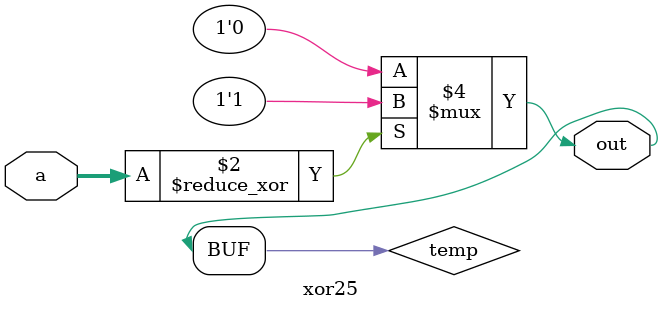
<source format=v>
module xor25 (
    input wire [3:0] a,
    output wire out
);

    reg temp;
    always @(*) begin
        temp = (^a == 1'b1) ? 1'b1 : 1'b0;
    end
    
    assign out = temp;
endmodule

</source>
